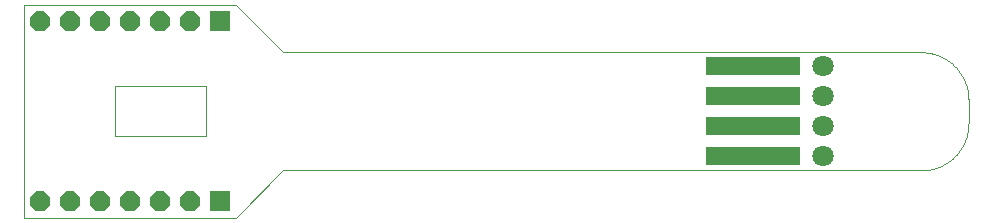
<source format=gts>
G04 EAGLE Gerber RS-274X export*
G75*
%MOMM*%
%FSLAX34Y34*%
%LPD*%
%INSolder Mask top*%
%IPPOS*%
%AMOC8*
5,1,8,0,0,1.08239X$1,22.5*%
G01*
%ADD10C,0.000000*%
%ADD11R,8.000000X1.500000*%
%ADD12R,1.676400X1.676400*%
%ADD13P,1.814519X8X292.500000*%
%ADD14C,1.800000*%


D10*
X0Y0D02*
X180000Y0D01*
X220000Y40000D02*
X760000Y40000D01*
X760967Y40012D01*
X761933Y40047D01*
X762897Y40105D01*
X763861Y40187D01*
X764821Y40292D01*
X765780Y40420D01*
X766734Y40571D01*
X767685Y40745D01*
X768631Y40942D01*
X769573Y41162D01*
X770508Y41405D01*
X771438Y41670D01*
X772361Y41958D01*
X773276Y42268D01*
X774184Y42599D01*
X775084Y42953D01*
X775975Y43328D01*
X776856Y43725D01*
X777728Y44143D01*
X778589Y44582D01*
X779439Y45041D01*
X780278Y45521D01*
X781106Y46021D01*
X781921Y46541D01*
X782723Y47081D01*
X783511Y47639D01*
X784287Y48217D01*
X785047Y48813D01*
X785794Y49427D01*
X786525Y50060D01*
X787241Y50709D01*
X787940Y51376D01*
X788624Y52060D01*
X789291Y52759D01*
X789940Y53475D01*
X790573Y54206D01*
X791187Y54953D01*
X791783Y55713D01*
X792361Y56489D01*
X792919Y57277D01*
X793459Y58079D01*
X793979Y58894D01*
X794479Y59722D01*
X794959Y60561D01*
X795418Y61411D01*
X795857Y62272D01*
X796275Y63144D01*
X796672Y64025D01*
X797047Y64916D01*
X797401Y65816D01*
X797732Y66724D01*
X798042Y67639D01*
X798330Y68562D01*
X798595Y69492D01*
X798838Y70427D01*
X799058Y71369D01*
X799255Y72315D01*
X799429Y73266D01*
X799580Y74220D01*
X799708Y75179D01*
X799813Y76139D01*
X799895Y77103D01*
X799953Y78067D01*
X799988Y79033D01*
X800000Y80000D01*
X800000Y100000D01*
X799988Y100967D01*
X799953Y101933D01*
X799895Y102897D01*
X799813Y103861D01*
X799708Y104821D01*
X799580Y105780D01*
X799429Y106734D01*
X799255Y107685D01*
X799058Y108631D01*
X798838Y109573D01*
X798595Y110508D01*
X798330Y111438D01*
X798042Y112361D01*
X797732Y113276D01*
X797401Y114184D01*
X797047Y115084D01*
X796672Y115975D01*
X796275Y116856D01*
X795857Y117728D01*
X795418Y118589D01*
X794959Y119439D01*
X794479Y120278D01*
X793979Y121106D01*
X793459Y121921D01*
X792919Y122723D01*
X792361Y123511D01*
X791783Y124287D01*
X791187Y125047D01*
X790573Y125794D01*
X789940Y126525D01*
X789291Y127241D01*
X788624Y127940D01*
X787940Y128624D01*
X787241Y129291D01*
X786525Y129940D01*
X785794Y130573D01*
X785047Y131187D01*
X784287Y131783D01*
X783511Y132361D01*
X782723Y132919D01*
X781921Y133459D01*
X781106Y133979D01*
X780278Y134479D01*
X779439Y134959D01*
X778589Y135418D01*
X777728Y135857D01*
X776856Y136275D01*
X775975Y136672D01*
X775084Y137047D01*
X774184Y137401D01*
X773276Y137732D01*
X772361Y138042D01*
X771438Y138330D01*
X770508Y138595D01*
X769573Y138838D01*
X768631Y139058D01*
X767685Y139255D01*
X766734Y139429D01*
X765780Y139580D01*
X764821Y139708D01*
X763861Y139813D01*
X762897Y139895D01*
X761933Y139953D01*
X760967Y139988D01*
X760000Y140000D01*
X220000Y140000D01*
X180000Y180000D02*
X0Y180000D01*
X0Y0D01*
X180000Y180000D02*
X220000Y140000D01*
X220000Y40000D02*
X180000Y0D01*
D11*
X617800Y51900D03*
X617800Y77300D03*
X617800Y102700D03*
X617800Y128100D03*
D10*
X154620Y69150D02*
X77620Y69150D01*
X154620Y69150D02*
X154620Y111150D01*
X77620Y111150D01*
X77620Y69150D01*
D12*
X166200Y166200D03*
D13*
X140800Y166200D03*
X115400Y166200D03*
X90000Y166200D03*
X64600Y166200D03*
X39200Y166200D03*
X13800Y166200D03*
D12*
X166200Y13800D03*
D13*
X140800Y13800D03*
X115400Y13800D03*
X90000Y13800D03*
X64600Y13800D03*
X39200Y13800D03*
X13800Y13800D03*
D14*
X676600Y128000D03*
X676600Y102600D03*
X676600Y51800D03*
X676600Y77200D03*
M02*

</source>
